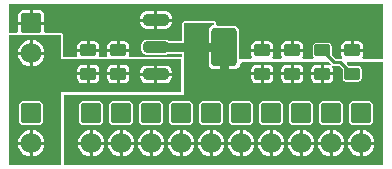
<source format=gtl>
G04 Layer_Physical_Order=1*
G04 Layer_Color=255*
%FSLAX25Y25*%
%MOIN*%
G70*
G01*
G75*
G04:AMPARAMS|DCode=10|XSize=39.37mil|YSize=51.18mil|CornerRadius=4.92mil|HoleSize=0mil|Usage=FLASHONLY|Rotation=270.000|XOffset=0mil|YOffset=0mil|HoleType=Round|Shape=RoundedRectangle|*
%AMROUNDEDRECTD10*
21,1,0.03937,0.04134,0,0,270.0*
21,1,0.02953,0.05118,0,0,270.0*
1,1,0.00984,-0.02067,-0.01476*
1,1,0.00984,-0.02067,0.01476*
1,1,0.00984,0.02067,0.01476*
1,1,0.00984,0.02067,-0.01476*
%
%ADD10ROUNDEDRECTD10*%
G04:AMPARAMS|DCode=11|XSize=127.95mil|YSize=84.65mil|CornerRadius=10.58mil|HoleSize=0mil|Usage=FLASHONLY|Rotation=90.000|XOffset=0mil|YOffset=0mil|HoleType=Round|Shape=RoundedRectangle|*
%AMROUNDEDRECTD11*
21,1,0.12795,0.06348,0,0,90.0*
21,1,0.10679,0.08465,0,0,90.0*
1,1,0.02116,0.03174,0.05340*
1,1,0.02116,0.03174,-0.05340*
1,1,0.02116,-0.03174,-0.05340*
1,1,0.02116,-0.03174,0.05340*
%
%ADD11ROUNDEDRECTD11*%
G04:AMPARAMS|DCode=12|XSize=37.4mil|YSize=84.65mil|CornerRadius=9.35mil|HoleSize=0mil|Usage=FLASHONLY|Rotation=90.000|XOffset=0mil|YOffset=0mil|HoleType=Round|Shape=RoundedRectangle|*
%AMROUNDEDRECTD12*
21,1,0.03740,0.06594,0,0,90.0*
21,1,0.01870,0.08465,0,0,90.0*
1,1,0.01870,0.03297,0.00935*
1,1,0.01870,0.03297,-0.00935*
1,1,0.01870,-0.03297,-0.00935*
1,1,0.01870,-0.03297,0.00935*
%
%ADD12ROUNDEDRECTD12*%
%ADD13C,0.03000*%
%ADD14C,0.01000*%
%ADD15C,0.06800*%
G04:AMPARAMS|DCode=16|XSize=68mil|YSize=68mil|CornerRadius=10.2mil|HoleSize=0mil|Usage=FLASHONLY|Rotation=0.000|XOffset=0mil|YOffset=0mil|HoleType=Round|Shape=RoundedRectangle|*
%AMROUNDEDRECTD16*
21,1,0.06800,0.04760,0,0,0.0*
21,1,0.04760,0.06800,0,0,0.0*
1,1,0.02040,0.02380,-0.02380*
1,1,0.02040,-0.02380,-0.02380*
1,1,0.02040,-0.02380,0.02380*
1,1,0.02040,0.02380,0.02380*
%
%ADD16ROUNDEDRECTD16*%
%ADD17C,0.02559*%
G36*
X20000Y37939D02*
X60000D01*
Y27000D01*
X20000D01*
Y2733D01*
X2733D01*
Y46000D01*
X7460D01*
X7620Y45968D01*
X12380D01*
X12540Y46000D01*
X20000D01*
Y37939D01*
D02*
G37*
G36*
X127188Y38000D02*
X120564D01*
X120286Y38600D01*
X120473Y38878D01*
X120588Y39461D01*
Y40437D01*
X117000D01*
X113412D01*
Y39461D01*
X113528Y38878D01*
X113714Y38600D01*
X113657Y38399D01*
X113350Y38065D01*
X113063Y38122D01*
X113063Y38122D01*
X111402D01*
X110161Y39362D01*
X110180Y39461D01*
Y42413D01*
X110096Y42840D01*
X109854Y43201D01*
X109493Y43442D01*
X109067Y43527D01*
X104933D01*
X104507Y43442D01*
X104146Y43201D01*
X103904Y42840D01*
X103820Y42413D01*
Y39461D01*
X103904Y39035D01*
X104146Y38673D01*
X104255Y38600D01*
X104073Y38000D01*
X100564D01*
X100286Y38600D01*
X100472Y38878D01*
X100588Y39461D01*
Y40437D01*
X97000D01*
X93412D01*
Y39461D01*
X93528Y38878D01*
X93714Y38600D01*
X93436Y38000D01*
X90564D01*
X90286Y38600D01*
X90473Y38878D01*
X90588Y39461D01*
Y40437D01*
X87000D01*
X83412D01*
Y39461D01*
X83527Y38878D01*
X83714Y38600D01*
X83436Y38000D01*
X79282D01*
Y47340D01*
X79153Y47987D01*
X78787Y48535D01*
X78238Y48901D01*
X77592Y49030D01*
X72202D01*
X72143Y49053D01*
X71699Y49464D01*
X71640Y50064D01*
X71536Y50257D01*
X71452Y50459D01*
X71421Y50472D01*
X71405Y50502D01*
X71196Y50566D01*
X70993Y50649D01*
X61000D01*
X60541Y50459D01*
X60351Y50000D01*
Y44141D01*
X55838D01*
X55479Y44381D01*
X54880Y44500D01*
X48285D01*
X47686Y44381D01*
X47179Y44042D01*
X46839Y43534D01*
X46720Y42935D01*
Y41065D01*
X46839Y40466D01*
X47179Y39958D01*
X47686Y39619D01*
X48285Y39500D01*
X54880D01*
X55479Y39619D01*
X55838Y39859D01*
X60351D01*
Y38823D01*
X60000Y38589D01*
X42946D01*
X42534Y39189D01*
X42588Y39461D01*
Y40437D01*
X39000D01*
X35412D01*
Y39461D01*
X35466Y39189D01*
X35054Y38589D01*
X32946D01*
X32534Y39189D01*
X32588Y39461D01*
Y40437D01*
X29000D01*
X25412D01*
Y39461D01*
X25466Y39189D01*
X25054Y38589D01*
X20649D01*
Y46000D01*
X20459Y46459D01*
X20000Y46649D01*
X14828D01*
X14366Y47249D01*
X14440Y47620D01*
Y49500D01*
X10000D01*
X5560D01*
Y47620D01*
X5634Y47249D01*
X5172Y46649D01*
X2733D01*
Y56322D01*
X127188D01*
Y38000D01*
D02*
G37*
G36*
X71052Y49400D02*
X70440Y49278D01*
X69759Y48823D01*
X69305Y48143D01*
X69145Y47340D01*
Y42500D01*
X74417D01*
Y42000D01*
X74917D01*
Y34562D01*
X77592D01*
X78395Y34722D01*
X79075Y35177D01*
X79530Y35857D01*
X79666Y36538D01*
X79819Y36750D01*
X80180Y37000D01*
X80290Y37000D01*
X109351D01*
X109888Y36463D01*
X109815Y36303D01*
X109535Y35968D01*
X109067Y36061D01*
X107500D01*
Y33563D01*
X110588D01*
Y34539D01*
X110473Y35122D01*
X110254Y35449D01*
X110313Y35569D01*
X110650Y35936D01*
X110937Y35878D01*
X112598D01*
X113839Y34638D01*
X113820Y34539D01*
Y31587D01*
X113904Y31161D01*
X114146Y30799D01*
X114507Y30558D01*
X114933Y30473D01*
X119067D01*
X119493Y30558D01*
X119854Y30799D01*
X120096Y31161D01*
X120180Y31587D01*
Y34539D01*
X120096Y34966D01*
X119854Y35327D01*
X119493Y35568D01*
X119067Y35653D01*
X115996D01*
X115203Y36446D01*
X115433Y37000D01*
X127188D01*
Y2733D01*
X21000D01*
X21000Y26000D01*
X61000D01*
Y50000D01*
X70993D01*
X71052Y49400D01*
D02*
G37*
%LPC*%
G36*
X12380Y24032D02*
X7620D01*
X6988Y23906D01*
X6452Y23548D01*
X6094Y23012D01*
X5968Y22380D01*
Y17620D01*
X6094Y16988D01*
X6452Y16452D01*
X6988Y16094D01*
X7620Y15968D01*
X12380D01*
X13012Y16094D01*
X13548Y16452D01*
X13906Y16988D01*
X14032Y17620D01*
Y22380D01*
X13906Y23012D01*
X13548Y23548D01*
X13012Y23906D01*
X12380Y24032D01*
D02*
G37*
G36*
X10500Y14372D02*
Y10500D01*
X14372D01*
X14287Y11149D01*
X13843Y12219D01*
X13138Y13138D01*
X12219Y13843D01*
X11149Y14287D01*
X10500Y14372D01*
D02*
G37*
G36*
X9500Y9500D02*
X5628D01*
X5713Y8851D01*
X6157Y7781D01*
X6862Y6862D01*
X7781Y6157D01*
X8851Y5713D01*
X9500Y5628D01*
Y9500D01*
D02*
G37*
G36*
Y14372D02*
X8851Y14287D01*
X7781Y13843D01*
X6862Y13138D01*
X6157Y12219D01*
X5713Y11149D01*
X5628Y10500D01*
X9500D01*
Y14372D01*
D02*
G37*
G36*
X14372Y9500D02*
X10500D01*
Y5628D01*
X11149Y5713D01*
X12219Y6157D01*
X13138Y6862D01*
X13843Y7781D01*
X14287Y8851D01*
X14372Y9500D01*
D02*
G37*
G36*
X10500Y44372D02*
Y40500D01*
X14372D01*
X14287Y41149D01*
X13843Y42219D01*
X13138Y43138D01*
X12219Y43843D01*
X11149Y44287D01*
X10500Y44372D01*
D02*
G37*
G36*
X9500D02*
X8851Y44287D01*
X7781Y43843D01*
X6862Y43138D01*
X6157Y42219D01*
X5713Y41149D01*
X5628Y40500D01*
X9500D01*
Y44372D01*
D02*
G37*
G36*
X14372Y39500D02*
X10500D01*
Y35628D01*
X11149Y35713D01*
X12219Y36157D01*
X13138Y36862D01*
X13843Y37781D01*
X14287Y38851D01*
X14372Y39500D01*
D02*
G37*
G36*
X41067Y36061D02*
X39500D01*
Y33563D01*
X42588D01*
Y34539D01*
X42472Y35122D01*
X42143Y35615D01*
X41649Y35945D01*
X41067Y36061D01*
D02*
G37*
G36*
X31067D02*
X29500D01*
Y33563D01*
X32588D01*
Y34539D01*
X32473Y35122D01*
X32143Y35615D01*
X31649Y35945D01*
X31067Y36061D01*
D02*
G37*
G36*
X38500D02*
X36933D01*
X36351Y35945D01*
X35857Y35615D01*
X35528Y35122D01*
X35412Y34539D01*
Y33563D01*
X38500D01*
Y36061D01*
D02*
G37*
G36*
X9500Y39500D02*
X5628D01*
X5713Y38851D01*
X6157Y37781D01*
X6862Y36862D01*
X7781Y36157D01*
X8851Y35713D01*
X9500Y35628D01*
Y39500D01*
D02*
G37*
G36*
X28500Y32563D02*
X25412D01*
Y31587D01*
X25528Y31004D01*
X25857Y30511D01*
X26351Y30181D01*
X26933Y30065D01*
X28500D01*
Y32563D01*
D02*
G37*
G36*
X56853Y32445D02*
X52083D01*
Y30037D01*
X54880D01*
X55635Y30187D01*
X56275Y30615D01*
X56703Y31255D01*
X56853Y32010D01*
Y32445D01*
D02*
G37*
G36*
X51083D02*
X46312D01*
Y32010D01*
X46463Y31255D01*
X46890Y30615D01*
X47530Y30187D01*
X48285Y30037D01*
X51083D01*
Y32445D01*
D02*
G37*
G36*
X42588Y32563D02*
X39500D01*
Y30065D01*
X41067D01*
X41649Y30181D01*
X42143Y30511D01*
X42472Y31004D01*
X42588Y31587D01*
Y32563D01*
D02*
G37*
G36*
X38500D02*
X35412D01*
Y31587D01*
X35528Y31004D01*
X35857Y30511D01*
X36351Y30181D01*
X36933Y30065D01*
X38500D01*
Y32563D01*
D02*
G37*
G36*
X32588D02*
X29500D01*
Y30065D01*
X31067D01*
X31649Y30181D01*
X32143Y30511D01*
X32473Y31004D01*
X32588Y31587D01*
Y32563D01*
D02*
G37*
G36*
X54880Y35853D02*
X52083D01*
Y33445D01*
X56853D01*
Y33880D01*
X56703Y34635D01*
X56275Y35275D01*
X55635Y35703D01*
X54880Y35853D01*
D02*
G37*
G36*
X28500Y36061D02*
X26933D01*
X26351Y35945D01*
X25857Y35615D01*
X25528Y35122D01*
X25412Y34539D01*
Y33563D01*
X28500D01*
Y36061D01*
D02*
G37*
G36*
X51083Y35853D02*
X48285D01*
X47530Y35703D01*
X46890Y35275D01*
X46463Y34635D01*
X46312Y33880D01*
Y33445D01*
X51083D01*
Y35853D01*
D02*
G37*
G36*
X86500Y43935D02*
X84933D01*
X84351Y43819D01*
X83857Y43489D01*
X83527Y42996D01*
X83412Y42413D01*
Y41437D01*
X86500D01*
Y43935D01*
D02*
G37*
G36*
X116500D02*
X114933D01*
X114351Y43819D01*
X113857Y43489D01*
X113528Y42996D01*
X113412Y42413D01*
Y41437D01*
X116500D01*
Y43935D01*
D02*
G37*
G36*
X96500D02*
X94933D01*
X94351Y43819D01*
X93857Y43489D01*
X93528Y42996D01*
X93412Y42413D01*
Y41437D01*
X96500D01*
Y43935D01*
D02*
G37*
G36*
X99067D02*
X97500D01*
Y41437D01*
X100588D01*
Y42413D01*
X100472Y42996D01*
X100143Y43489D01*
X99649Y43819D01*
X99067Y43935D01*
D02*
G37*
G36*
X9500Y54440D02*
X7620D01*
X6832Y54283D01*
X6164Y53836D01*
X5717Y53168D01*
X5560Y52380D01*
Y50500D01*
X9500D01*
Y54440D01*
D02*
G37*
G36*
X56853Y50555D02*
X52083D01*
Y48147D01*
X54880D01*
X55635Y48297D01*
X56275Y48725D01*
X56703Y49365D01*
X56853Y50120D01*
Y50555D01*
D02*
G37*
G36*
X51083D02*
X46312D01*
Y50120D01*
X46463Y49365D01*
X46890Y48725D01*
X47530Y48297D01*
X48285Y48147D01*
X51083D01*
Y50555D01*
D02*
G37*
G36*
X54880Y53963D02*
X52083D01*
Y51555D01*
X56853D01*
Y51990D01*
X56703Y52745D01*
X56275Y53385D01*
X55635Y53813D01*
X54880Y53963D01*
D02*
G37*
G36*
X51083D02*
X48285D01*
X47530Y53813D01*
X46890Y53385D01*
X46463Y52745D01*
X46312Y51990D01*
Y51555D01*
X51083D01*
Y53963D01*
D02*
G37*
G36*
X12380Y54440D02*
X10500D01*
Y50500D01*
X14440D01*
Y52380D01*
X14283Y53168D01*
X13836Y53836D01*
X13168Y54283D01*
X12380Y54440D01*
D02*
G37*
G36*
X28500Y43935D02*
X26933D01*
X26351Y43819D01*
X25857Y43489D01*
X25528Y42996D01*
X25412Y42413D01*
Y41437D01*
X28500D01*
Y43935D01*
D02*
G37*
G36*
X89067D02*
X87500D01*
Y41437D01*
X90588D01*
Y42413D01*
X90473Y42996D01*
X90143Y43489D01*
X89649Y43819D01*
X89067Y43935D01*
D02*
G37*
G36*
X119067D02*
X117500D01*
Y41437D01*
X120588D01*
Y42413D01*
X120473Y42996D01*
X120143Y43489D01*
X119649Y43819D01*
X119067Y43935D01*
D02*
G37*
G36*
X41067D02*
X39500D01*
Y41437D01*
X42588D01*
Y42413D01*
X42472Y42996D01*
X42143Y43489D01*
X41649Y43819D01*
X41067Y43935D01*
D02*
G37*
G36*
X31067D02*
X29500D01*
Y41437D01*
X32588D01*
Y42413D01*
X32473Y42996D01*
X32143Y43489D01*
X31649Y43819D01*
X31067Y43935D01*
D02*
G37*
G36*
X38500D02*
X36933D01*
X36351Y43819D01*
X35857Y43489D01*
X35528Y42996D01*
X35412Y42413D01*
Y41437D01*
X38500D01*
Y43935D01*
D02*
G37*
G36*
X70500Y14372D02*
Y10500D01*
X74372D01*
X74287Y11149D01*
X73843Y12219D01*
X73138Y13138D01*
X72219Y13843D01*
X71149Y14287D01*
X70500Y14372D01*
D02*
G37*
G36*
X69500D02*
X68851Y14287D01*
X67781Y13843D01*
X66862Y13138D01*
X66157Y12219D01*
X65713Y11149D01*
X65628Y10500D01*
X69500D01*
Y14372D01*
D02*
G37*
G36*
X89500D02*
X88851Y14287D01*
X87781Y13843D01*
X86862Y13138D01*
X86157Y12219D01*
X85713Y11149D01*
X85628Y10500D01*
X89500D01*
Y14372D01*
D02*
G37*
G36*
X80500D02*
Y10500D01*
X84372D01*
X84287Y11149D01*
X83843Y12219D01*
X83138Y13138D01*
X82219Y13843D01*
X81149Y14287D01*
X80500Y14372D01*
D02*
G37*
G36*
X79500D02*
X78851Y14287D01*
X77781Y13843D01*
X76862Y13138D01*
X76157Y12219D01*
X75713Y11149D01*
X75628Y10500D01*
X79500D01*
Y14372D01*
D02*
G37*
G36*
X50500D02*
Y10500D01*
X54372D01*
X54287Y11149D01*
X53843Y12219D01*
X53138Y13138D01*
X52219Y13843D01*
X51149Y14287D01*
X50500Y14372D01*
D02*
G37*
G36*
X49500D02*
X48851Y14287D01*
X47781Y13843D01*
X46862Y13138D01*
X46157Y12219D01*
X45713Y11149D01*
X45628Y10500D01*
X49500D01*
Y14372D01*
D02*
G37*
G36*
X40500D02*
Y10500D01*
X44372D01*
X44287Y11149D01*
X43843Y12219D01*
X43138Y13138D01*
X42219Y13843D01*
X41149Y14287D01*
X40500Y14372D01*
D02*
G37*
G36*
X60500D02*
Y10500D01*
X64372D01*
X64287Y11149D01*
X63843Y12219D01*
X63138Y13138D01*
X62219Y13843D01*
X61149Y14287D01*
X60500Y14372D01*
D02*
G37*
G36*
X39500D02*
X38851Y14287D01*
X37781Y13843D01*
X36862Y13138D01*
X36157Y12219D01*
X35713Y11149D01*
X35628Y10500D01*
X39500D01*
Y14372D01*
D02*
G37*
G36*
X59500D02*
X58851Y14287D01*
X57781Y13843D01*
X56862Y13138D01*
X56157Y12219D01*
X55713Y11149D01*
X55628Y10500D01*
X59500D01*
Y14372D01*
D02*
G37*
G36*
X90500D02*
Y10500D01*
X94372D01*
X94287Y11149D01*
X93843Y12219D01*
X93138Y13138D01*
X92219Y13843D01*
X91149Y14287D01*
X90500Y14372D01*
D02*
G37*
G36*
X32380Y24032D02*
X27620D01*
X26988Y23906D01*
X26452Y23548D01*
X26094Y23012D01*
X25968Y22380D01*
Y17620D01*
X26094Y16988D01*
X26452Y16452D01*
X26988Y16094D01*
X27620Y15968D01*
X32380D01*
X33012Y16094D01*
X33548Y16452D01*
X33906Y16988D01*
X34032Y17620D01*
Y22380D01*
X33906Y23012D01*
X33548Y23548D01*
X33012Y23906D01*
X32380Y24032D01*
D02*
G37*
G36*
X62380D02*
X57620D01*
X56988Y23906D01*
X56452Y23548D01*
X56094Y23012D01*
X55968Y22380D01*
Y17620D01*
X56094Y16988D01*
X56452Y16452D01*
X56988Y16094D01*
X57620Y15968D01*
X62380D01*
X63012Y16094D01*
X63548Y16452D01*
X63906Y16988D01*
X64032Y17620D01*
Y22380D01*
X63906Y23012D01*
X63548Y23548D01*
X63012Y23906D01*
X62380Y24032D01*
D02*
G37*
G36*
X52380D02*
X47620D01*
X46988Y23906D01*
X46452Y23548D01*
X46094Y23012D01*
X45968Y22380D01*
Y17620D01*
X46094Y16988D01*
X46452Y16452D01*
X46988Y16094D01*
X47620Y15968D01*
X52380D01*
X53012Y16094D01*
X53548Y16452D01*
X53906Y16988D01*
X54032Y17620D01*
Y22380D01*
X53906Y23012D01*
X53548Y23548D01*
X53012Y23906D01*
X52380Y24032D01*
D02*
G37*
G36*
X42380D02*
X37620D01*
X36988Y23906D01*
X36452Y23548D01*
X36094Y23012D01*
X35968Y22380D01*
Y17620D01*
X36094Y16988D01*
X36452Y16452D01*
X36988Y16094D01*
X37620Y15968D01*
X42380D01*
X43012Y16094D01*
X43548Y16452D01*
X43906Y16988D01*
X44032Y17620D01*
Y22380D01*
X43906Y23012D01*
X43548Y23548D01*
X43012Y23906D01*
X42380Y24032D01*
D02*
G37*
G36*
X109500Y14372D02*
X108851Y14287D01*
X107781Y13843D01*
X106862Y13138D01*
X106157Y12219D01*
X105713Y11149D01*
X105628Y10500D01*
X109500D01*
Y14372D01*
D02*
G37*
G36*
X100500D02*
Y10500D01*
X104372D01*
X104287Y11149D01*
X103843Y12219D01*
X103138Y13138D01*
X102219Y13843D01*
X101149Y14287D01*
X100500Y14372D01*
D02*
G37*
G36*
X99500D02*
X98851Y14287D01*
X97781Y13843D01*
X96862Y13138D01*
X96157Y12219D01*
X95713Y11149D01*
X95628Y10500D01*
X99500D01*
Y14372D01*
D02*
G37*
G36*
X120500D02*
Y10500D01*
X124372D01*
X124287Y11149D01*
X123843Y12219D01*
X123138Y13138D01*
X122219Y13843D01*
X121149Y14287D01*
X120500Y14372D01*
D02*
G37*
G36*
X119500D02*
X118851Y14287D01*
X117781Y13843D01*
X116862Y13138D01*
X116157Y12219D01*
X115713Y11149D01*
X115628Y10500D01*
X119500D01*
Y14372D01*
D02*
G37*
G36*
X110500D02*
Y10500D01*
X114372D01*
X114287Y11149D01*
X113843Y12219D01*
X113138Y13138D01*
X112219Y13843D01*
X111149Y14287D01*
X110500Y14372D01*
D02*
G37*
G36*
X30500D02*
Y10500D01*
X34372D01*
X34287Y11149D01*
X33843Y12219D01*
X33138Y13138D01*
X32219Y13843D01*
X31149Y14287D01*
X30500Y14372D01*
D02*
G37*
G36*
X64372Y9500D02*
X60500D01*
Y5628D01*
X61149Y5713D01*
X62219Y6157D01*
X63138Y6862D01*
X63843Y7781D01*
X64287Y8851D01*
X64372Y9500D01*
D02*
G37*
G36*
X59500D02*
X55628D01*
X55713Y8851D01*
X56157Y7781D01*
X56862Y6862D01*
X57781Y6157D01*
X58851Y5713D01*
X59500Y5628D01*
Y9500D01*
D02*
G37*
G36*
X54372D02*
X50500D01*
Y5628D01*
X51149Y5713D01*
X52219Y6157D01*
X53138Y6862D01*
X53843Y7781D01*
X54287Y8851D01*
X54372Y9500D01*
D02*
G37*
G36*
X79500D02*
X75628D01*
X75713Y8851D01*
X76157Y7781D01*
X76862Y6862D01*
X77781Y6157D01*
X78851Y5713D01*
X79500Y5628D01*
Y9500D01*
D02*
G37*
G36*
X74372D02*
X70500D01*
Y5628D01*
X71149Y5713D01*
X72219Y6157D01*
X73138Y6862D01*
X73843Y7781D01*
X74287Y8851D01*
X74372Y9500D01*
D02*
G37*
G36*
X69500D02*
X65628D01*
X65713Y8851D01*
X66157Y7781D01*
X66862Y6862D01*
X67781Y6157D01*
X68851Y5713D01*
X69500Y5628D01*
Y9500D01*
D02*
G37*
G36*
X34372D02*
X30500D01*
Y5628D01*
X31149Y5713D01*
X32219Y6157D01*
X33138Y6862D01*
X33843Y7781D01*
X34287Y8851D01*
X34372Y9500D01*
D02*
G37*
G36*
X29500D02*
X25628D01*
X25713Y8851D01*
X26157Y7781D01*
X26862Y6862D01*
X27781Y6157D01*
X28851Y5713D01*
X29500Y5628D01*
Y9500D01*
D02*
G37*
G36*
X49500D02*
X45628D01*
X45713Y8851D01*
X46157Y7781D01*
X46862Y6862D01*
X47781Y6157D01*
X48851Y5713D01*
X49500Y5628D01*
Y9500D01*
D02*
G37*
G36*
X44372D02*
X40500D01*
Y5628D01*
X41149Y5713D01*
X42219Y6157D01*
X43138Y6862D01*
X43843Y7781D01*
X44287Y8851D01*
X44372Y9500D01*
D02*
G37*
G36*
X39500D02*
X35628D01*
X35713Y8851D01*
X36157Y7781D01*
X36862Y6862D01*
X37781Y6157D01*
X38851Y5713D01*
X39500Y5628D01*
Y9500D01*
D02*
G37*
G36*
X124372D02*
X120500D01*
Y5628D01*
X121149Y5713D01*
X122219Y6157D01*
X123138Y6862D01*
X123843Y7781D01*
X124287Y8851D01*
X124372Y9500D01*
D02*
G37*
G36*
X119500D02*
X115628D01*
X115713Y8851D01*
X116157Y7781D01*
X116862Y6862D01*
X117781Y6157D01*
X118851Y5713D01*
X119500Y5628D01*
Y9500D01*
D02*
G37*
G36*
X114372D02*
X110500D01*
Y5628D01*
X111149Y5713D01*
X112219Y6157D01*
X113138Y6862D01*
X113843Y7781D01*
X114287Y8851D01*
X114372Y9500D01*
D02*
G37*
G36*
X29500Y14372D02*
X28851Y14287D01*
X27781Y13843D01*
X26862Y13138D01*
X26157Y12219D01*
X25713Y11149D01*
X25628Y10500D01*
X29500D01*
Y14372D01*
D02*
G37*
G36*
X94372Y9500D02*
X90500D01*
Y5628D01*
X91149Y5713D01*
X92219Y6157D01*
X93138Y6862D01*
X93843Y7781D01*
X94287Y8851D01*
X94372Y9500D01*
D02*
G37*
G36*
X89500D02*
X85628D01*
X85713Y8851D01*
X86157Y7781D01*
X86862Y6862D01*
X87781Y6157D01*
X88851Y5713D01*
X89500Y5628D01*
Y9500D01*
D02*
G37*
G36*
X84372D02*
X80500D01*
Y5628D01*
X81149Y5713D01*
X82219Y6157D01*
X83138Y6862D01*
X83843Y7781D01*
X84287Y8851D01*
X84372Y9500D01*
D02*
G37*
G36*
X109500D02*
X105628D01*
X105713Y8851D01*
X106157Y7781D01*
X106862Y6862D01*
X107781Y6157D01*
X108851Y5713D01*
X109500Y5628D01*
Y9500D01*
D02*
G37*
G36*
X104372D02*
X100500D01*
Y5628D01*
X101149Y5713D01*
X102219Y6157D01*
X103138Y6862D01*
X103843Y7781D01*
X104287Y8851D01*
X104372Y9500D01*
D02*
G37*
G36*
X99500D02*
X95628D01*
X95713Y8851D01*
X96157Y7781D01*
X96862Y6862D01*
X97781Y6157D01*
X98851Y5713D01*
X99500Y5628D01*
Y9500D01*
D02*
G37*
G36*
X73917Y41500D02*
X69145D01*
Y36660D01*
X69305Y35857D01*
X69759Y35177D01*
X70440Y34722D01*
X71243Y34562D01*
X73917D01*
Y41500D01*
D02*
G37*
G36*
X106500Y36061D02*
X104933D01*
X104351Y35945D01*
X103857Y35615D01*
X103527Y35122D01*
X103412Y34539D01*
Y33563D01*
X106500D01*
Y36061D01*
D02*
G37*
G36*
X92380Y24032D02*
X87620D01*
X86988Y23906D01*
X86452Y23548D01*
X86094Y23012D01*
X85968Y22380D01*
Y17620D01*
X86094Y16988D01*
X86452Y16452D01*
X86988Y16094D01*
X87620Y15968D01*
X92380D01*
X93012Y16094D01*
X93548Y16452D01*
X93906Y16988D01*
X94032Y17620D01*
Y22380D01*
X93906Y23012D01*
X93548Y23548D01*
X93012Y23906D01*
X92380Y24032D01*
D02*
G37*
G36*
X82380D02*
X77620D01*
X76988Y23906D01*
X76452Y23548D01*
X76094Y23012D01*
X75968Y22380D01*
Y17620D01*
X76094Y16988D01*
X76452Y16452D01*
X76988Y16094D01*
X77620Y15968D01*
X82380D01*
X83012Y16094D01*
X83548Y16452D01*
X83906Y16988D01*
X84032Y17620D01*
Y22380D01*
X83906Y23012D01*
X83548Y23548D01*
X83012Y23906D01*
X82380Y24032D01*
D02*
G37*
G36*
X72380D02*
X67620D01*
X66988Y23906D01*
X66452Y23548D01*
X66094Y23012D01*
X65968Y22380D01*
Y17620D01*
X66094Y16988D01*
X66452Y16452D01*
X66988Y16094D01*
X67620Y15968D01*
X72380D01*
X73012Y16094D01*
X73548Y16452D01*
X73906Y16988D01*
X74032Y17620D01*
Y22380D01*
X73906Y23012D01*
X73548Y23548D01*
X73012Y23906D01*
X72380Y24032D01*
D02*
G37*
G36*
X122380D02*
X117620D01*
X116988Y23906D01*
X116452Y23548D01*
X116094Y23012D01*
X115968Y22380D01*
Y17620D01*
X116094Y16988D01*
X116452Y16452D01*
X116988Y16094D01*
X117620Y15968D01*
X122380D01*
X123012Y16094D01*
X123548Y16452D01*
X123906Y16988D01*
X124032Y17620D01*
Y22380D01*
X123906Y23012D01*
X123548Y23548D01*
X123012Y23906D01*
X122380Y24032D01*
D02*
G37*
G36*
X112380D02*
X107620D01*
X106988Y23906D01*
X106452Y23548D01*
X106094Y23012D01*
X105968Y22380D01*
Y17620D01*
X106094Y16988D01*
X106452Y16452D01*
X106988Y16094D01*
X107620Y15968D01*
X112380D01*
X113012Y16094D01*
X113548Y16452D01*
X113906Y16988D01*
X114032Y17620D01*
Y22380D01*
X113906Y23012D01*
X113548Y23548D01*
X113012Y23906D01*
X112380Y24032D01*
D02*
G37*
G36*
X102380D02*
X97620D01*
X96988Y23906D01*
X96452Y23548D01*
X96094Y23012D01*
X95968Y22380D01*
Y17620D01*
X96094Y16988D01*
X96452Y16452D01*
X96988Y16094D01*
X97620Y15968D01*
X102380D01*
X103012Y16094D01*
X103548Y16452D01*
X103906Y16988D01*
X104032Y17620D01*
Y22380D01*
X103906Y23012D01*
X103548Y23548D01*
X103012Y23906D01*
X102380Y24032D01*
D02*
G37*
G36*
X86500Y32563D02*
X83412D01*
Y31587D01*
X83527Y31004D01*
X83857Y30511D01*
X84351Y30181D01*
X84933Y30065D01*
X86500D01*
Y32563D01*
D02*
G37*
G36*
X96500Y36061D02*
X94933D01*
X94351Y35945D01*
X93857Y35615D01*
X93528Y35122D01*
X93412Y34539D01*
Y33563D01*
X96500D01*
Y36061D01*
D02*
G37*
G36*
X86500D02*
X84933D01*
X84351Y35945D01*
X83857Y35615D01*
X83527Y35122D01*
X83412Y34539D01*
Y33563D01*
X86500D01*
Y36061D01*
D02*
G37*
G36*
X99067D02*
X97500D01*
Y33563D01*
X100588D01*
Y34539D01*
X100472Y35122D01*
X100143Y35615D01*
X99649Y35945D01*
X99067Y36061D01*
D02*
G37*
G36*
X89067D02*
X87500D01*
Y33563D01*
X90588D01*
Y34539D01*
X90473Y35122D01*
X90143Y35615D01*
X89649Y35945D01*
X89067Y36061D01*
D02*
G37*
G36*
X100588Y32563D02*
X97500D01*
Y30065D01*
X99067D01*
X99649Y30181D01*
X100143Y30511D01*
X100472Y31004D01*
X100588Y31587D01*
Y32563D01*
D02*
G37*
G36*
X96500D02*
X93412D01*
Y31587D01*
X93528Y31004D01*
X93857Y30511D01*
X94351Y30181D01*
X94933Y30065D01*
X96500D01*
Y32563D01*
D02*
G37*
G36*
X90588D02*
X87500D01*
Y30065D01*
X89067D01*
X89649Y30181D01*
X90143Y30511D01*
X90473Y31004D01*
X90588Y31587D01*
Y32563D01*
D02*
G37*
G36*
X110588Y32563D02*
X107500D01*
Y30065D01*
X109067D01*
X109649Y30181D01*
X110143Y30511D01*
X110473Y31004D01*
X110588Y31587D01*
Y32563D01*
D02*
G37*
G36*
X106500D02*
X103412D01*
Y31587D01*
X103527Y31004D01*
X103857Y30511D01*
X104351Y30181D01*
X104933Y30065D01*
X106500D01*
Y32563D01*
D02*
G37*
%LPD*%
D10*
X117000Y33063D02*
D03*
Y40937D02*
D03*
X29000D02*
D03*
Y33063D02*
D03*
X39000Y40937D02*
D03*
Y33063D02*
D03*
X87000Y40937D02*
D03*
Y33063D02*
D03*
X97000Y40937D02*
D03*
Y33063D02*
D03*
X107000Y40937D02*
D03*
Y33063D02*
D03*
D11*
X74417Y42000D02*
D03*
D12*
X51583Y32945D02*
D03*
Y42000D02*
D03*
Y51055D02*
D03*
D13*
Y42000D02*
X74417D01*
Y31417D02*
Y42000D01*
D14*
X107000Y40937D02*
X110937Y37000D01*
X113063D01*
X117000Y33063D01*
D15*
X30000Y10000D02*
D03*
X40000D02*
D03*
X50000D02*
D03*
X60000D02*
D03*
X70000D02*
D03*
X80000D02*
D03*
X90000D02*
D03*
X100000D02*
D03*
X110000D02*
D03*
X120000D02*
D03*
X10000D02*
D03*
Y40000D02*
D03*
D16*
X30000Y20000D02*
D03*
X40000D02*
D03*
X50000D02*
D03*
X60000D02*
D03*
X70000D02*
D03*
X80000D02*
D03*
X90000D02*
D03*
X100000D02*
D03*
X110000D02*
D03*
X120000D02*
D03*
X10000D02*
D03*
Y50000D02*
D03*
D17*
X29000Y46000D02*
D03*
X39000D02*
D03*
X44000Y51000D02*
D03*
X87000Y46000D02*
D03*
X97000D02*
D03*
X117000D02*
D03*
X59000Y51000D02*
D03*
M02*

</source>
